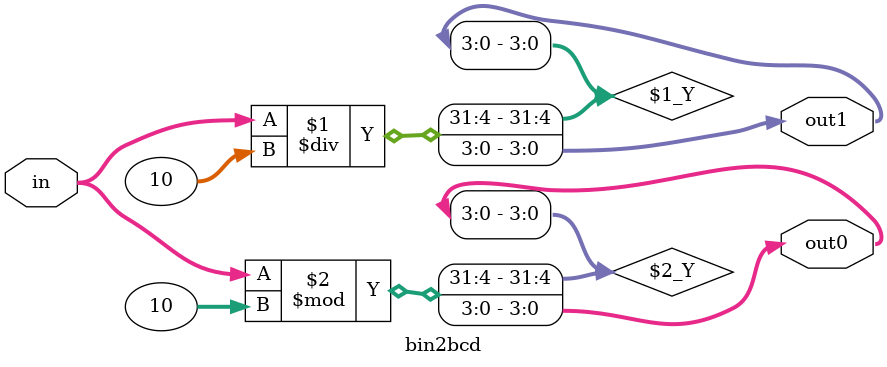
<source format=v>
module bin2bcd(in, out1, out0);

parameter BIT_WIDTH = 8;
parameter OUT_WIDTH = 4;

input [BIT_WIDTH - 1 : 0] in;
output [OUT_WIDTH - 1 : 0] out1, out0;

assign out1 = in / 'd10;

assign out0 = in % 'd10;

endmodule 
</source>
